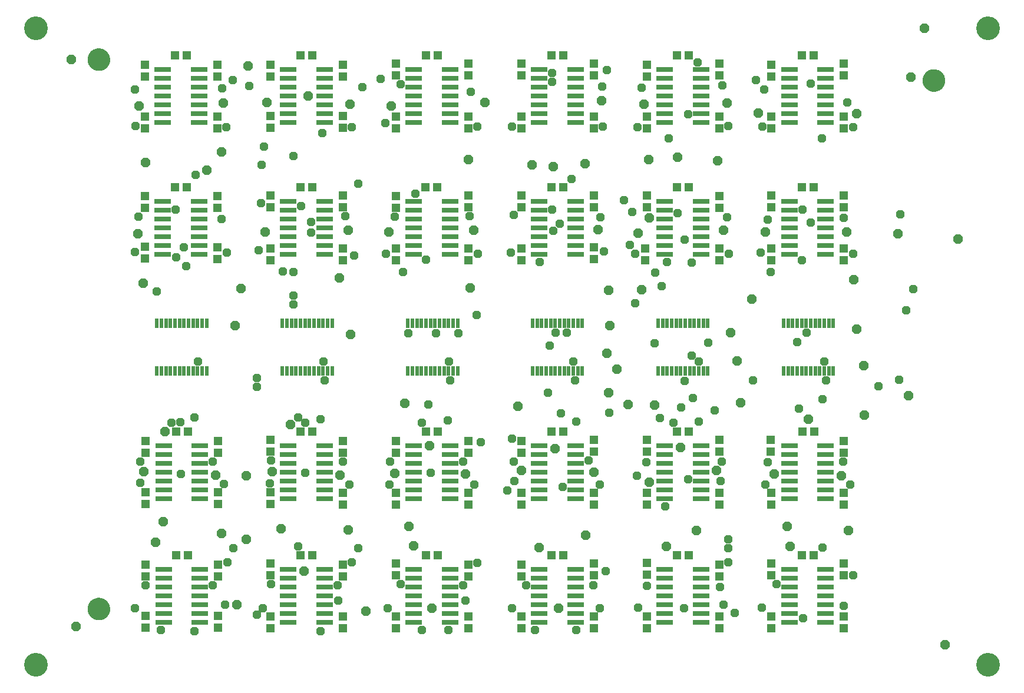
<source format=gbr>
G04 EAGLE Gerber RS-274X export*
G75*
%MOMM*%
%FSLAX34Y34*%
%LPD*%
%INSoldermask Bottom*%
%IPPOS*%
%AMOC8*
5,1,8,0,0,1.08239X$1,22.5*%
G01*
%ADD10C,3.403200*%
%ADD11R,0.603200X1.403200*%
%ADD12R,2.403200X0.803200*%
%ADD13R,1.303200X1.203200*%
%ADD14C,2.184400*%
%ADD15C,1.219200*%
%ADD16P,1.525737X8X22.500000*%
%ADD17P,1.319650X8X22.500000*%


D10*
X30000Y944800D03*
X1397600Y944800D03*
X1397600Y30000D03*
X30000Y30000D03*
D11*
X203480Y520920D03*
X209980Y520920D03*
X216480Y520920D03*
X222980Y520920D03*
X229480Y520920D03*
X235980Y520920D03*
X242480Y520920D03*
X248980Y520920D03*
X255480Y520920D03*
X261980Y520920D03*
X268480Y520920D03*
X274980Y520920D03*
X274980Y452520D03*
X268480Y452520D03*
X261980Y452520D03*
X255480Y452520D03*
X248980Y452520D03*
X242480Y452520D03*
X235980Y452520D03*
X229480Y452520D03*
X222980Y452520D03*
X216480Y452520D03*
X209980Y452520D03*
X203480Y452520D03*
X743230Y520920D03*
X749730Y520920D03*
X756230Y520920D03*
X762730Y520920D03*
X769230Y520920D03*
X775730Y520920D03*
X782230Y520920D03*
X788730Y520920D03*
X795230Y520920D03*
X801730Y520920D03*
X808230Y520920D03*
X814730Y520920D03*
X814730Y452520D03*
X808230Y452520D03*
X801730Y452520D03*
X795230Y452520D03*
X788730Y452520D03*
X782230Y452520D03*
X775730Y452520D03*
X769230Y452520D03*
X762730Y452520D03*
X756230Y452520D03*
X749730Y452520D03*
X743230Y452520D03*
X923570Y520920D03*
X930070Y520920D03*
X936570Y520920D03*
X943070Y520920D03*
X949570Y520920D03*
X956070Y520920D03*
X962570Y520920D03*
X969070Y520920D03*
X975570Y520920D03*
X982070Y520920D03*
X988570Y520920D03*
X995070Y520920D03*
X995070Y452520D03*
X988570Y452520D03*
X982070Y452520D03*
X975570Y452520D03*
X969070Y452520D03*
X962570Y452520D03*
X956070Y452520D03*
X949570Y452520D03*
X943070Y452520D03*
X936570Y452520D03*
X930070Y452520D03*
X923570Y452520D03*
X383820Y520920D03*
X390320Y520920D03*
X396820Y520920D03*
X403320Y520920D03*
X409820Y520920D03*
X416320Y520920D03*
X422820Y520920D03*
X429320Y520920D03*
X435820Y520920D03*
X442320Y520920D03*
X448820Y520920D03*
X455320Y520920D03*
X455320Y452520D03*
X448820Y452520D03*
X442320Y452520D03*
X435820Y452520D03*
X429320Y452520D03*
X422820Y452520D03*
X416320Y452520D03*
X409820Y452520D03*
X403320Y452520D03*
X396820Y452520D03*
X390320Y452520D03*
X383820Y452520D03*
X1103910Y520920D03*
X1110410Y520920D03*
X1116910Y520920D03*
X1123410Y520920D03*
X1129910Y520920D03*
X1136410Y520920D03*
X1142910Y520920D03*
X1149410Y520920D03*
X1155910Y520920D03*
X1162410Y520920D03*
X1168910Y520920D03*
X1175410Y520920D03*
X1175410Y452520D03*
X1168910Y452520D03*
X1162410Y452520D03*
X1155910Y452520D03*
X1149410Y452520D03*
X1142910Y452520D03*
X1136410Y452520D03*
X1129910Y452520D03*
X1123410Y452520D03*
X1116910Y452520D03*
X1110410Y452520D03*
X1103910Y452520D03*
X564160Y520920D03*
X570660Y520920D03*
X577160Y520920D03*
X583660Y520920D03*
X590160Y520920D03*
X596660Y520920D03*
X603160Y520920D03*
X609660Y520920D03*
X616160Y520920D03*
X622660Y520920D03*
X629160Y520920D03*
X635660Y520920D03*
X635660Y452520D03*
X629160Y452520D03*
X622660Y452520D03*
X616160Y452520D03*
X609660Y452520D03*
X603160Y452520D03*
X596660Y452520D03*
X590160Y452520D03*
X583660Y452520D03*
X577160Y452520D03*
X570660Y452520D03*
X564160Y452520D03*
D12*
X211960Y822000D03*
X263960Y822000D03*
X211960Y809300D03*
X211960Y834700D03*
X211960Y847400D03*
X263960Y809300D03*
X263960Y834700D03*
X263960Y847400D03*
X211960Y872800D03*
X263960Y872800D03*
X211960Y860100D03*
X211960Y885500D03*
X263960Y860100D03*
X263960Y885500D03*
X211960Y632770D03*
X263960Y632770D03*
X211960Y620070D03*
X211960Y645470D03*
X211960Y658170D03*
X263960Y620070D03*
X263960Y645470D03*
X263960Y658170D03*
X211960Y683570D03*
X263960Y683570D03*
X211960Y670870D03*
X211960Y696270D03*
X263960Y670870D03*
X263960Y696270D03*
X213230Y280980D03*
X265230Y280980D03*
X213230Y268280D03*
X213230Y293680D03*
X213230Y306380D03*
X265230Y268280D03*
X265230Y293680D03*
X265230Y306380D03*
X213230Y331780D03*
X265230Y331780D03*
X213230Y319080D03*
X213230Y344480D03*
X265230Y319080D03*
X265230Y344480D03*
X213230Y103180D03*
X265230Y103180D03*
X213230Y90480D03*
X213230Y115880D03*
X213230Y128580D03*
X265230Y90480D03*
X265230Y115880D03*
X265230Y128580D03*
X213230Y153980D03*
X265230Y153980D03*
X213230Y141280D03*
X213230Y166680D03*
X265230Y141280D03*
X265230Y166680D03*
X392300Y822000D03*
X444300Y822000D03*
X392300Y809300D03*
X392300Y834700D03*
X392300Y847400D03*
X444300Y809300D03*
X444300Y834700D03*
X444300Y847400D03*
X392300Y872800D03*
X444300Y872800D03*
X392300Y860100D03*
X392300Y885500D03*
X444300Y860100D03*
X444300Y885500D03*
X392300Y632770D03*
X444300Y632770D03*
X392300Y620070D03*
X392300Y645470D03*
X392300Y658170D03*
X444300Y620070D03*
X444300Y645470D03*
X444300Y658170D03*
X392300Y683570D03*
X444300Y683570D03*
X392300Y670870D03*
X392300Y696270D03*
X444300Y670870D03*
X444300Y696270D03*
X392300Y280980D03*
X444300Y280980D03*
X392300Y268280D03*
X392300Y293680D03*
X392300Y306380D03*
X444300Y268280D03*
X444300Y293680D03*
X444300Y306380D03*
X392300Y331780D03*
X444300Y331780D03*
X392300Y319080D03*
X392300Y344480D03*
X444300Y319080D03*
X444300Y344480D03*
X392300Y103180D03*
X444300Y103180D03*
X392300Y90480D03*
X392300Y115880D03*
X392300Y128580D03*
X444300Y90480D03*
X444300Y115880D03*
X444300Y128580D03*
X392300Y153980D03*
X444300Y153980D03*
X392300Y141280D03*
X392300Y166680D03*
X444300Y141280D03*
X444300Y166680D03*
X572640Y822000D03*
X624640Y822000D03*
X572640Y809300D03*
X572640Y834700D03*
X572640Y847400D03*
X624640Y809300D03*
X624640Y834700D03*
X624640Y847400D03*
X572640Y872800D03*
X624640Y872800D03*
X572640Y860100D03*
X572640Y885500D03*
X624640Y860100D03*
X624640Y885500D03*
X572640Y632770D03*
X624640Y632770D03*
X572640Y620070D03*
X572640Y645470D03*
X572640Y658170D03*
X624640Y620070D03*
X624640Y645470D03*
X624640Y658170D03*
X572640Y683570D03*
X624640Y683570D03*
X572640Y670870D03*
X572640Y696270D03*
X624640Y670870D03*
X624640Y696270D03*
X572640Y280980D03*
X624640Y280980D03*
X572640Y268280D03*
X572640Y293680D03*
X572640Y306380D03*
X624640Y268280D03*
X624640Y293680D03*
X624640Y306380D03*
X572640Y331780D03*
X624640Y331780D03*
X572640Y319080D03*
X572640Y344480D03*
X624640Y319080D03*
X624640Y344480D03*
X572640Y103180D03*
X624640Y103180D03*
X572640Y90480D03*
X572640Y115880D03*
X572640Y128580D03*
X624640Y90480D03*
X624640Y115880D03*
X624640Y128580D03*
X572640Y153980D03*
X624640Y153980D03*
X572640Y141280D03*
X572640Y166680D03*
X624640Y141280D03*
X624640Y166680D03*
X752980Y822000D03*
X804980Y822000D03*
X752980Y809300D03*
X752980Y834700D03*
X752980Y847400D03*
X804980Y809300D03*
X804980Y834700D03*
X804980Y847400D03*
X752980Y872800D03*
X804980Y872800D03*
X752980Y860100D03*
X752980Y885500D03*
X804980Y860100D03*
X804980Y885500D03*
X933320Y280980D03*
X985320Y280980D03*
X933320Y268280D03*
X933320Y293680D03*
X933320Y306380D03*
X985320Y268280D03*
X985320Y293680D03*
X985320Y306380D03*
X933320Y331780D03*
X985320Y331780D03*
X933320Y319080D03*
X933320Y344480D03*
X985320Y319080D03*
X985320Y344480D03*
X752980Y632770D03*
X804980Y632770D03*
X752980Y620070D03*
X752980Y645470D03*
X752980Y658170D03*
X804980Y620070D03*
X804980Y645470D03*
X804980Y658170D03*
X752980Y683570D03*
X804980Y683570D03*
X752980Y670870D03*
X752980Y696270D03*
X804980Y670870D03*
X804980Y696270D03*
X933320Y103180D03*
X985320Y103180D03*
X933320Y90480D03*
X933320Y115880D03*
X933320Y128580D03*
X985320Y90480D03*
X985320Y115880D03*
X985320Y128580D03*
X933320Y153980D03*
X985320Y153980D03*
X933320Y141280D03*
X933320Y166680D03*
X985320Y141280D03*
X985320Y166680D03*
X752980Y280980D03*
X804980Y280980D03*
X752980Y268280D03*
X752980Y293680D03*
X752980Y306380D03*
X804980Y268280D03*
X804980Y293680D03*
X804980Y306380D03*
X752980Y331780D03*
X804980Y331780D03*
X752980Y319080D03*
X752980Y344480D03*
X804980Y319080D03*
X804980Y344480D03*
X1112390Y822000D03*
X1164390Y822000D03*
X1112390Y809300D03*
X1112390Y834700D03*
X1112390Y847400D03*
X1164390Y809300D03*
X1164390Y834700D03*
X1164390Y847400D03*
X1112390Y872800D03*
X1164390Y872800D03*
X1112390Y860100D03*
X1112390Y885500D03*
X1164390Y860100D03*
X1164390Y885500D03*
X752980Y103180D03*
X804980Y103180D03*
X752980Y90480D03*
X752980Y115880D03*
X752980Y128580D03*
X804980Y90480D03*
X804980Y115880D03*
X804980Y128580D03*
X752980Y153980D03*
X804980Y153980D03*
X752980Y141280D03*
X752980Y166680D03*
X804980Y141280D03*
X804980Y166680D03*
X1112390Y632770D03*
X1164390Y632770D03*
X1112390Y620070D03*
X1112390Y645470D03*
X1112390Y658170D03*
X1164390Y620070D03*
X1164390Y645470D03*
X1164390Y658170D03*
X1112390Y683570D03*
X1164390Y683570D03*
X1112390Y670870D03*
X1112390Y696270D03*
X1164390Y670870D03*
X1164390Y696270D03*
X933320Y822000D03*
X985320Y822000D03*
X933320Y809300D03*
X933320Y834700D03*
X933320Y847400D03*
X985320Y809300D03*
X985320Y834700D03*
X985320Y847400D03*
X933320Y872800D03*
X985320Y872800D03*
X933320Y860100D03*
X933320Y885500D03*
X985320Y860100D03*
X985320Y885500D03*
X1112390Y280980D03*
X1164390Y280980D03*
X1112390Y268280D03*
X1112390Y293680D03*
X1112390Y306380D03*
X1164390Y268280D03*
X1164390Y293680D03*
X1164390Y306380D03*
X1112390Y331780D03*
X1164390Y331780D03*
X1112390Y319080D03*
X1112390Y344480D03*
X1164390Y319080D03*
X1164390Y344480D03*
X933320Y632770D03*
X985320Y632770D03*
X933320Y620070D03*
X933320Y645470D03*
X933320Y658170D03*
X985320Y620070D03*
X985320Y645470D03*
X985320Y658170D03*
X933320Y683570D03*
X985320Y683570D03*
X933320Y670870D03*
X933320Y696270D03*
X985320Y670870D03*
X985320Y696270D03*
X1112390Y103180D03*
X1164390Y103180D03*
X1112390Y90480D03*
X1112390Y115880D03*
X1112390Y128580D03*
X1164390Y90480D03*
X1164390Y115880D03*
X1164390Y128580D03*
X1112390Y153980D03*
X1164390Y153980D03*
X1112390Y141280D03*
X1112390Y166680D03*
X1164390Y141280D03*
X1164390Y166680D03*
D13*
X185890Y817800D03*
X185890Y800800D03*
X185890Y875730D03*
X185890Y892730D03*
X290030Y875730D03*
X290030Y892730D03*
X290030Y817800D03*
X290030Y800800D03*
X185890Y631110D03*
X185890Y614110D03*
X185890Y686500D03*
X185890Y703500D03*
X290030Y686500D03*
X290030Y703500D03*
X290030Y629840D03*
X290030Y612840D03*
X187160Y278050D03*
X187160Y261050D03*
X187160Y100250D03*
X187160Y83250D03*
X187160Y334710D03*
X187160Y351710D03*
X187160Y156910D03*
X187160Y173910D03*
X291300Y334710D03*
X291300Y351710D03*
X291300Y156910D03*
X291300Y173910D03*
X291300Y278050D03*
X291300Y261050D03*
X291300Y100250D03*
X291300Y83250D03*
X366230Y819070D03*
X366230Y802070D03*
X366230Y628570D03*
X366230Y611570D03*
X366230Y875730D03*
X366230Y892730D03*
X366230Y687770D03*
X366230Y704770D03*
X470370Y875730D03*
X470370Y892730D03*
X470370Y687770D03*
X470370Y704770D03*
X470370Y819070D03*
X470370Y802070D03*
X470370Y628570D03*
X470370Y611570D03*
X650710Y276780D03*
X650710Y259780D03*
X650710Y334710D03*
X650710Y351710D03*
X546570Y334710D03*
X546570Y351710D03*
X546570Y276780D03*
X546570Y259780D03*
X650710Y817800D03*
X650710Y800800D03*
X650710Y877000D03*
X650710Y894000D03*
X546570Y877000D03*
X546570Y894000D03*
X546570Y817800D03*
X546570Y800800D03*
X470370Y276780D03*
X470370Y259780D03*
X470370Y334710D03*
X470370Y351710D03*
X366230Y335980D03*
X366230Y352980D03*
X366230Y278050D03*
X366230Y261050D03*
X366230Y98980D03*
X366230Y81980D03*
X726910Y817800D03*
X726910Y800800D03*
X366230Y158180D03*
X366230Y175180D03*
X726910Y877000D03*
X726910Y894000D03*
X470370Y156910D03*
X470370Y173910D03*
X831050Y877000D03*
X831050Y894000D03*
X470370Y98980D03*
X470370Y81980D03*
X831050Y817800D03*
X831050Y800800D03*
X546570Y628570D03*
X546570Y611570D03*
X726910Y628570D03*
X726910Y611570D03*
X546570Y686500D03*
X546570Y703500D03*
X726910Y687770D03*
X726910Y704770D03*
X650710Y687770D03*
X650710Y704770D03*
X831050Y687770D03*
X831050Y704770D03*
X650710Y628570D03*
X650710Y611570D03*
X831050Y629840D03*
X831050Y612840D03*
X546570Y98980D03*
X546570Y81980D03*
X726910Y276780D03*
X726910Y259780D03*
X546570Y158180D03*
X546570Y175180D03*
X726910Y334710D03*
X726910Y351710D03*
X650710Y156910D03*
X650710Y173910D03*
X831050Y335980D03*
X831050Y352980D03*
X650710Y98980D03*
X650710Y81980D03*
X831050Y276780D03*
X831050Y259780D03*
X1011390Y628570D03*
X1011390Y611570D03*
X1190460Y817800D03*
X1190460Y800800D03*
X1190460Y877000D03*
X1190460Y894000D03*
X1011390Y686500D03*
X1011390Y703500D03*
X1086320Y875730D03*
X1086320Y892730D03*
X907250Y687770D03*
X907250Y704770D03*
X1086320Y817800D03*
X1086320Y800800D03*
X904710Y628570D03*
X904710Y611570D03*
X1011390Y98980D03*
X1011390Y81980D03*
X1011390Y817800D03*
X1011390Y800800D03*
X1011390Y156910D03*
X1011390Y173910D03*
X1011390Y877000D03*
X1011390Y894000D03*
X907250Y159450D03*
X907250Y176450D03*
X907250Y875730D03*
X907250Y892730D03*
X907250Y98980D03*
X907250Y81980D03*
X907250Y817800D03*
X907250Y800800D03*
X1011390Y276780D03*
X1011390Y259780D03*
X831050Y98980D03*
X831050Y81980D03*
X1011390Y335980D03*
X1011390Y352980D03*
X831050Y158180D03*
X831050Y175180D03*
X907250Y335980D03*
X907250Y352980D03*
X726910Y156910D03*
X726910Y173910D03*
X907250Y276780D03*
X907250Y259780D03*
X726910Y98980D03*
X726910Y81980D03*
X1086320Y628570D03*
X1086320Y611570D03*
X1086320Y687770D03*
X1086320Y704770D03*
X1190460Y687770D03*
X1190460Y704770D03*
X1190460Y628570D03*
X1190460Y611570D03*
X1086320Y276780D03*
X1086320Y259780D03*
X1085050Y335980D03*
X1085050Y352980D03*
X1190460Y334710D03*
X1190460Y351710D03*
X1190460Y276780D03*
X1190460Y259780D03*
X1086320Y98980D03*
X1086320Y81980D03*
X1086320Y158180D03*
X1086320Y175180D03*
X1190460Y158180D03*
X1190460Y175180D03*
X1190460Y98980D03*
X1190460Y81980D03*
X246460Y905820D03*
X229460Y905820D03*
X246460Y716590D03*
X229460Y716590D03*
X247730Y364800D03*
X230730Y364800D03*
X247730Y187000D03*
X230730Y187000D03*
X1148160Y364800D03*
X1131160Y364800D03*
X426800Y905820D03*
X409800Y905820D03*
X426800Y716590D03*
X409800Y716590D03*
X426800Y364800D03*
X409800Y364800D03*
X426800Y187000D03*
X409800Y187000D03*
X607140Y905820D03*
X590140Y905820D03*
X605870Y716590D03*
X588870Y716590D03*
X607140Y364800D03*
X590140Y364800D03*
X607140Y187000D03*
X590140Y187000D03*
X787480Y905820D03*
X770480Y905820D03*
X787480Y716590D03*
X770480Y716590D03*
X787480Y364800D03*
X770480Y364800D03*
X787480Y187000D03*
X770480Y187000D03*
X967820Y905820D03*
X950820Y905820D03*
X967820Y716590D03*
X950820Y716590D03*
X967820Y364800D03*
X950820Y364800D03*
X967820Y187000D03*
X950820Y187000D03*
X1146890Y905820D03*
X1129890Y905820D03*
X1146890Y716590D03*
X1129890Y716590D03*
X1146890Y187000D03*
X1129890Y187000D03*
D14*
X115000Y900000D02*
X115002Y900141D01*
X115008Y900282D01*
X115018Y900422D01*
X115032Y900562D01*
X115050Y900702D01*
X115071Y900841D01*
X115097Y900980D01*
X115126Y901118D01*
X115160Y901254D01*
X115197Y901390D01*
X115238Y901525D01*
X115283Y901659D01*
X115332Y901791D01*
X115384Y901922D01*
X115440Y902051D01*
X115500Y902178D01*
X115563Y902304D01*
X115629Y902428D01*
X115700Y902551D01*
X115773Y902671D01*
X115850Y902789D01*
X115930Y902905D01*
X116014Y903018D01*
X116100Y903129D01*
X116190Y903238D01*
X116283Y903344D01*
X116378Y903447D01*
X116477Y903548D01*
X116578Y903646D01*
X116682Y903741D01*
X116789Y903833D01*
X116898Y903922D01*
X117010Y904007D01*
X117124Y904090D01*
X117240Y904170D01*
X117359Y904246D01*
X117480Y904318D01*
X117602Y904388D01*
X117727Y904453D01*
X117853Y904516D01*
X117981Y904574D01*
X118111Y904629D01*
X118242Y904681D01*
X118375Y904728D01*
X118509Y904772D01*
X118644Y904813D01*
X118780Y904849D01*
X118917Y904881D01*
X119055Y904910D01*
X119193Y904935D01*
X119333Y904955D01*
X119473Y904972D01*
X119613Y904985D01*
X119754Y904994D01*
X119894Y904999D01*
X120035Y905000D01*
X120176Y904997D01*
X120317Y904990D01*
X120457Y904979D01*
X120597Y904964D01*
X120737Y904945D01*
X120876Y904923D01*
X121014Y904896D01*
X121152Y904866D01*
X121288Y904831D01*
X121424Y904793D01*
X121558Y904751D01*
X121692Y904705D01*
X121824Y904656D01*
X121954Y904602D01*
X122083Y904545D01*
X122210Y904485D01*
X122336Y904421D01*
X122459Y904353D01*
X122581Y904282D01*
X122701Y904208D01*
X122818Y904130D01*
X122933Y904049D01*
X123046Y903965D01*
X123157Y903878D01*
X123265Y903787D01*
X123370Y903694D01*
X123473Y903597D01*
X123573Y903498D01*
X123670Y903396D01*
X123764Y903291D01*
X123855Y903184D01*
X123943Y903074D01*
X124028Y902962D01*
X124110Y902847D01*
X124189Y902730D01*
X124264Y902611D01*
X124336Y902490D01*
X124404Y902367D01*
X124469Y902242D01*
X124531Y902115D01*
X124588Y901986D01*
X124643Y901856D01*
X124693Y901725D01*
X124740Y901592D01*
X124783Y901458D01*
X124822Y901322D01*
X124857Y901186D01*
X124889Y901049D01*
X124916Y900911D01*
X124940Y900772D01*
X124960Y900632D01*
X124976Y900492D01*
X124988Y900352D01*
X124996Y900211D01*
X125000Y900070D01*
X125000Y899930D01*
X124996Y899789D01*
X124988Y899648D01*
X124976Y899508D01*
X124960Y899368D01*
X124940Y899228D01*
X124916Y899089D01*
X124889Y898951D01*
X124857Y898814D01*
X124822Y898678D01*
X124783Y898542D01*
X124740Y898408D01*
X124693Y898275D01*
X124643Y898144D01*
X124588Y898014D01*
X124531Y897885D01*
X124469Y897758D01*
X124404Y897633D01*
X124336Y897510D01*
X124264Y897389D01*
X124189Y897270D01*
X124110Y897153D01*
X124028Y897038D01*
X123943Y896926D01*
X123855Y896816D01*
X123764Y896709D01*
X123670Y896604D01*
X123573Y896502D01*
X123473Y896403D01*
X123370Y896306D01*
X123265Y896213D01*
X123157Y896122D01*
X123046Y896035D01*
X122933Y895951D01*
X122818Y895870D01*
X122701Y895792D01*
X122581Y895718D01*
X122459Y895647D01*
X122336Y895579D01*
X122210Y895515D01*
X122083Y895455D01*
X121954Y895398D01*
X121824Y895344D01*
X121692Y895295D01*
X121558Y895249D01*
X121424Y895207D01*
X121288Y895169D01*
X121152Y895134D01*
X121014Y895104D01*
X120876Y895077D01*
X120737Y895055D01*
X120597Y895036D01*
X120457Y895021D01*
X120317Y895010D01*
X120176Y895003D01*
X120035Y895000D01*
X119894Y895001D01*
X119754Y895006D01*
X119613Y895015D01*
X119473Y895028D01*
X119333Y895045D01*
X119193Y895065D01*
X119055Y895090D01*
X118917Y895119D01*
X118780Y895151D01*
X118644Y895187D01*
X118509Y895228D01*
X118375Y895272D01*
X118242Y895319D01*
X118111Y895371D01*
X117981Y895426D01*
X117853Y895484D01*
X117727Y895547D01*
X117602Y895612D01*
X117480Y895682D01*
X117359Y895754D01*
X117240Y895830D01*
X117124Y895910D01*
X117010Y895993D01*
X116898Y896078D01*
X116789Y896167D01*
X116682Y896259D01*
X116578Y896354D01*
X116477Y896452D01*
X116378Y896553D01*
X116283Y896656D01*
X116190Y896762D01*
X116100Y896871D01*
X116014Y896982D01*
X115930Y897095D01*
X115850Y897211D01*
X115773Y897329D01*
X115700Y897449D01*
X115629Y897572D01*
X115563Y897696D01*
X115500Y897822D01*
X115440Y897949D01*
X115384Y898078D01*
X115332Y898209D01*
X115283Y898341D01*
X115238Y898475D01*
X115197Y898610D01*
X115160Y898746D01*
X115126Y898882D01*
X115097Y899020D01*
X115071Y899159D01*
X115050Y899298D01*
X115032Y899438D01*
X115018Y899578D01*
X115008Y899718D01*
X115002Y899859D01*
X115000Y900000D01*
D15*
X120000Y900000D03*
D14*
X115000Y110000D02*
X115002Y110141D01*
X115008Y110282D01*
X115018Y110422D01*
X115032Y110562D01*
X115050Y110702D01*
X115071Y110841D01*
X115097Y110980D01*
X115126Y111118D01*
X115160Y111254D01*
X115197Y111390D01*
X115238Y111525D01*
X115283Y111659D01*
X115332Y111791D01*
X115384Y111922D01*
X115440Y112051D01*
X115500Y112178D01*
X115563Y112304D01*
X115629Y112428D01*
X115700Y112551D01*
X115773Y112671D01*
X115850Y112789D01*
X115930Y112905D01*
X116014Y113018D01*
X116100Y113129D01*
X116190Y113238D01*
X116283Y113344D01*
X116378Y113447D01*
X116477Y113548D01*
X116578Y113646D01*
X116682Y113741D01*
X116789Y113833D01*
X116898Y113922D01*
X117010Y114007D01*
X117124Y114090D01*
X117240Y114170D01*
X117359Y114246D01*
X117480Y114318D01*
X117602Y114388D01*
X117727Y114453D01*
X117853Y114516D01*
X117981Y114574D01*
X118111Y114629D01*
X118242Y114681D01*
X118375Y114728D01*
X118509Y114772D01*
X118644Y114813D01*
X118780Y114849D01*
X118917Y114881D01*
X119055Y114910D01*
X119193Y114935D01*
X119333Y114955D01*
X119473Y114972D01*
X119613Y114985D01*
X119754Y114994D01*
X119894Y114999D01*
X120035Y115000D01*
X120176Y114997D01*
X120317Y114990D01*
X120457Y114979D01*
X120597Y114964D01*
X120737Y114945D01*
X120876Y114923D01*
X121014Y114896D01*
X121152Y114866D01*
X121288Y114831D01*
X121424Y114793D01*
X121558Y114751D01*
X121692Y114705D01*
X121824Y114656D01*
X121954Y114602D01*
X122083Y114545D01*
X122210Y114485D01*
X122336Y114421D01*
X122459Y114353D01*
X122581Y114282D01*
X122701Y114208D01*
X122818Y114130D01*
X122933Y114049D01*
X123046Y113965D01*
X123157Y113878D01*
X123265Y113787D01*
X123370Y113694D01*
X123473Y113597D01*
X123573Y113498D01*
X123670Y113396D01*
X123764Y113291D01*
X123855Y113184D01*
X123943Y113074D01*
X124028Y112962D01*
X124110Y112847D01*
X124189Y112730D01*
X124264Y112611D01*
X124336Y112490D01*
X124404Y112367D01*
X124469Y112242D01*
X124531Y112115D01*
X124588Y111986D01*
X124643Y111856D01*
X124693Y111725D01*
X124740Y111592D01*
X124783Y111458D01*
X124822Y111322D01*
X124857Y111186D01*
X124889Y111049D01*
X124916Y110911D01*
X124940Y110772D01*
X124960Y110632D01*
X124976Y110492D01*
X124988Y110352D01*
X124996Y110211D01*
X125000Y110070D01*
X125000Y109930D01*
X124996Y109789D01*
X124988Y109648D01*
X124976Y109508D01*
X124960Y109368D01*
X124940Y109228D01*
X124916Y109089D01*
X124889Y108951D01*
X124857Y108814D01*
X124822Y108678D01*
X124783Y108542D01*
X124740Y108408D01*
X124693Y108275D01*
X124643Y108144D01*
X124588Y108014D01*
X124531Y107885D01*
X124469Y107758D01*
X124404Y107633D01*
X124336Y107510D01*
X124264Y107389D01*
X124189Y107270D01*
X124110Y107153D01*
X124028Y107038D01*
X123943Y106926D01*
X123855Y106816D01*
X123764Y106709D01*
X123670Y106604D01*
X123573Y106502D01*
X123473Y106403D01*
X123370Y106306D01*
X123265Y106213D01*
X123157Y106122D01*
X123046Y106035D01*
X122933Y105951D01*
X122818Y105870D01*
X122701Y105792D01*
X122581Y105718D01*
X122459Y105647D01*
X122336Y105579D01*
X122210Y105515D01*
X122083Y105455D01*
X121954Y105398D01*
X121824Y105344D01*
X121692Y105295D01*
X121558Y105249D01*
X121424Y105207D01*
X121288Y105169D01*
X121152Y105134D01*
X121014Y105104D01*
X120876Y105077D01*
X120737Y105055D01*
X120597Y105036D01*
X120457Y105021D01*
X120317Y105010D01*
X120176Y105003D01*
X120035Y105000D01*
X119894Y105001D01*
X119754Y105006D01*
X119613Y105015D01*
X119473Y105028D01*
X119333Y105045D01*
X119193Y105065D01*
X119055Y105090D01*
X118917Y105119D01*
X118780Y105151D01*
X118644Y105187D01*
X118509Y105228D01*
X118375Y105272D01*
X118242Y105319D01*
X118111Y105371D01*
X117981Y105426D01*
X117853Y105484D01*
X117727Y105547D01*
X117602Y105612D01*
X117480Y105682D01*
X117359Y105754D01*
X117240Y105830D01*
X117124Y105910D01*
X117010Y105993D01*
X116898Y106078D01*
X116789Y106167D01*
X116682Y106259D01*
X116578Y106354D01*
X116477Y106452D01*
X116378Y106553D01*
X116283Y106656D01*
X116190Y106762D01*
X116100Y106871D01*
X116014Y106982D01*
X115930Y107095D01*
X115850Y107211D01*
X115773Y107329D01*
X115700Y107449D01*
X115629Y107572D01*
X115563Y107696D01*
X115500Y107822D01*
X115440Y107949D01*
X115384Y108078D01*
X115332Y108209D01*
X115283Y108341D01*
X115238Y108475D01*
X115197Y108610D01*
X115160Y108746D01*
X115126Y108882D01*
X115097Y109020D01*
X115071Y109159D01*
X115050Y109298D01*
X115032Y109438D01*
X115018Y109578D01*
X115008Y109718D01*
X115002Y109859D01*
X115000Y110000D01*
D15*
X120000Y110000D03*
D14*
X1315000Y870000D02*
X1315002Y870141D01*
X1315008Y870282D01*
X1315018Y870422D01*
X1315032Y870562D01*
X1315050Y870702D01*
X1315071Y870841D01*
X1315097Y870980D01*
X1315126Y871118D01*
X1315160Y871254D01*
X1315197Y871390D01*
X1315238Y871525D01*
X1315283Y871659D01*
X1315332Y871791D01*
X1315384Y871922D01*
X1315440Y872051D01*
X1315500Y872178D01*
X1315563Y872304D01*
X1315629Y872428D01*
X1315700Y872551D01*
X1315773Y872671D01*
X1315850Y872789D01*
X1315930Y872905D01*
X1316014Y873018D01*
X1316100Y873129D01*
X1316190Y873238D01*
X1316283Y873344D01*
X1316378Y873447D01*
X1316477Y873548D01*
X1316578Y873646D01*
X1316682Y873741D01*
X1316789Y873833D01*
X1316898Y873922D01*
X1317010Y874007D01*
X1317124Y874090D01*
X1317240Y874170D01*
X1317359Y874246D01*
X1317480Y874318D01*
X1317602Y874388D01*
X1317727Y874453D01*
X1317853Y874516D01*
X1317981Y874574D01*
X1318111Y874629D01*
X1318242Y874681D01*
X1318375Y874728D01*
X1318509Y874772D01*
X1318644Y874813D01*
X1318780Y874849D01*
X1318917Y874881D01*
X1319055Y874910D01*
X1319193Y874935D01*
X1319333Y874955D01*
X1319473Y874972D01*
X1319613Y874985D01*
X1319754Y874994D01*
X1319894Y874999D01*
X1320035Y875000D01*
X1320176Y874997D01*
X1320317Y874990D01*
X1320457Y874979D01*
X1320597Y874964D01*
X1320737Y874945D01*
X1320876Y874923D01*
X1321014Y874896D01*
X1321152Y874866D01*
X1321288Y874831D01*
X1321424Y874793D01*
X1321558Y874751D01*
X1321692Y874705D01*
X1321824Y874656D01*
X1321954Y874602D01*
X1322083Y874545D01*
X1322210Y874485D01*
X1322336Y874421D01*
X1322459Y874353D01*
X1322581Y874282D01*
X1322701Y874208D01*
X1322818Y874130D01*
X1322933Y874049D01*
X1323046Y873965D01*
X1323157Y873878D01*
X1323265Y873787D01*
X1323370Y873694D01*
X1323473Y873597D01*
X1323573Y873498D01*
X1323670Y873396D01*
X1323764Y873291D01*
X1323855Y873184D01*
X1323943Y873074D01*
X1324028Y872962D01*
X1324110Y872847D01*
X1324189Y872730D01*
X1324264Y872611D01*
X1324336Y872490D01*
X1324404Y872367D01*
X1324469Y872242D01*
X1324531Y872115D01*
X1324588Y871986D01*
X1324643Y871856D01*
X1324693Y871725D01*
X1324740Y871592D01*
X1324783Y871458D01*
X1324822Y871322D01*
X1324857Y871186D01*
X1324889Y871049D01*
X1324916Y870911D01*
X1324940Y870772D01*
X1324960Y870632D01*
X1324976Y870492D01*
X1324988Y870352D01*
X1324996Y870211D01*
X1325000Y870070D01*
X1325000Y869930D01*
X1324996Y869789D01*
X1324988Y869648D01*
X1324976Y869508D01*
X1324960Y869368D01*
X1324940Y869228D01*
X1324916Y869089D01*
X1324889Y868951D01*
X1324857Y868814D01*
X1324822Y868678D01*
X1324783Y868542D01*
X1324740Y868408D01*
X1324693Y868275D01*
X1324643Y868144D01*
X1324588Y868014D01*
X1324531Y867885D01*
X1324469Y867758D01*
X1324404Y867633D01*
X1324336Y867510D01*
X1324264Y867389D01*
X1324189Y867270D01*
X1324110Y867153D01*
X1324028Y867038D01*
X1323943Y866926D01*
X1323855Y866816D01*
X1323764Y866709D01*
X1323670Y866604D01*
X1323573Y866502D01*
X1323473Y866403D01*
X1323370Y866306D01*
X1323265Y866213D01*
X1323157Y866122D01*
X1323046Y866035D01*
X1322933Y865951D01*
X1322818Y865870D01*
X1322701Y865792D01*
X1322581Y865718D01*
X1322459Y865647D01*
X1322336Y865579D01*
X1322210Y865515D01*
X1322083Y865455D01*
X1321954Y865398D01*
X1321824Y865344D01*
X1321692Y865295D01*
X1321558Y865249D01*
X1321424Y865207D01*
X1321288Y865169D01*
X1321152Y865134D01*
X1321014Y865104D01*
X1320876Y865077D01*
X1320737Y865055D01*
X1320597Y865036D01*
X1320457Y865021D01*
X1320317Y865010D01*
X1320176Y865003D01*
X1320035Y865000D01*
X1319894Y865001D01*
X1319754Y865006D01*
X1319613Y865015D01*
X1319473Y865028D01*
X1319333Y865045D01*
X1319193Y865065D01*
X1319055Y865090D01*
X1318917Y865119D01*
X1318780Y865151D01*
X1318644Y865187D01*
X1318509Y865228D01*
X1318375Y865272D01*
X1318242Y865319D01*
X1318111Y865371D01*
X1317981Y865426D01*
X1317853Y865484D01*
X1317727Y865547D01*
X1317602Y865612D01*
X1317480Y865682D01*
X1317359Y865754D01*
X1317240Y865830D01*
X1317124Y865910D01*
X1317010Y865993D01*
X1316898Y866078D01*
X1316789Y866167D01*
X1316682Y866259D01*
X1316578Y866354D01*
X1316477Y866452D01*
X1316378Y866553D01*
X1316283Y866656D01*
X1316190Y866762D01*
X1316100Y866871D01*
X1316014Y866982D01*
X1315930Y867095D01*
X1315850Y867211D01*
X1315773Y867329D01*
X1315700Y867449D01*
X1315629Y867572D01*
X1315563Y867696D01*
X1315500Y867822D01*
X1315440Y867949D01*
X1315384Y868078D01*
X1315332Y868209D01*
X1315283Y868341D01*
X1315238Y868475D01*
X1315197Y868610D01*
X1315160Y868746D01*
X1315126Y868882D01*
X1315097Y869020D01*
X1315071Y869159D01*
X1315050Y869298D01*
X1315032Y869438D01*
X1315018Y869578D01*
X1315008Y869718D01*
X1315002Y869859D01*
X1315000Y870000D01*
D15*
X1320000Y870000D03*
D16*
X1286750Y875020D03*
D17*
X262090Y466146D03*
X442430Y466146D03*
X622770Y466146D03*
X801840Y466146D03*
X982180Y466146D03*
X1162520Y466146D03*
D16*
X368770Y307650D03*
X287490Y302570D03*
X212560Y235260D03*
X331940Y301300D03*
X381470Y225100D03*
X477990Y223830D03*
X296380Y218750D03*
X559270Y405440D03*
X721830Y401630D03*
X850100Y477830D03*
X864070Y454970D03*
X918680Y402900D03*
X1041870Y406710D03*
X1036790Y466400D03*
X978370Y222560D03*
X1219670Y388930D03*
X1196810Y222560D03*
X1058380Y555300D03*
X853910Y517200D03*
X899630Y569270D03*
X653250Y571810D03*
X465290Y585780D03*
X183350Y578160D03*
X650710Y755960D03*
X951700Y759770D03*
X1090130Y303840D03*
X1186650Y301300D03*
X1109180Y228910D03*
X1139660Y382580D03*
X911060Y292410D03*
X955510Y341940D03*
X1007580Y308920D03*
X935190Y199700D03*
X1112990Y199700D03*
X852640Y420680D03*
X880580Y404170D03*
X726910Y308920D03*
X831050Y306380D03*
X775170Y340670D03*
X852640Y568000D03*
X837400Y655630D03*
X545300Y305110D03*
X565620Y228910D03*
X594830Y344480D03*
X646900Y303840D03*
X466560Y302570D03*
X395440Y374960D03*
X184620Y307650D03*
X215100Y364800D03*
X201130Y206050D03*
X414490Y164140D03*
X331940Y209860D03*
X317970Y115880D03*
X571970Y200970D03*
X598640Y110800D03*
X780250Y110800D03*
X752310Y198430D03*
X819620Y216210D03*
X1077430Y651820D03*
X1194270Y651820D03*
X1204430Y583240D03*
X1209160Y512770D03*
X909790Y755960D03*
X1008850Y754690D03*
X1027900Y507040D03*
X1067270Y823270D03*
X1022820Y837240D03*
X1017740Y654360D03*
X903440Y835970D03*
X894550Y650550D03*
X742150Y748340D03*
X772630Y745800D03*
X842480Y841050D03*
X674840Y838510D03*
X540220Y833430D03*
X480530Y835970D03*
X361150Y838510D03*
X420840Y847400D03*
X658330Y654360D03*
X536410Y651820D03*
X477990Y654360D03*
X358610Y651820D03*
X334480Y890580D03*
X315430Y517200D03*
X296300Y766960D03*
X175730Y649280D03*
X187160Y752150D03*
X481800Y504500D03*
X324320Y570540D03*
X298920Y837240D03*
X503390Y106990D03*
X86868Y85344D03*
X1335948Y58730D03*
X1283424Y416522D03*
X80742Y899856D03*
X178096Y833740D03*
X1306750Y945020D03*
X1354270Y641820D03*
X818480Y750050D03*
X275300Y740960D03*
X1209270Y822270D03*
X1218908Y460050D03*
X911060Y672902D03*
X1268428Y649882D03*
D17*
X962114Y438206D03*
X962114Y640898D03*
X1271684Y677592D03*
X775932Y507294D03*
X799046Y728274D03*
X782282Y664266D03*
X849846Y884738D03*
X242326Y630006D03*
X259042Y734624D03*
X1240000Y430000D03*
X346926Y442524D03*
X444716Y438714D03*
X625056Y438714D03*
X1164806Y438714D03*
X1059650Y438714D03*
X804126Y438714D03*
X1270000Y440000D03*
X1280000Y540000D03*
X662852Y532948D03*
X792188Y507294D03*
X1290000Y570000D03*
X772884Y653598D03*
X771614Y684332D03*
X883374Y633278D03*
X886264Y681094D03*
X929094Y574096D03*
X938746Y786694D03*
X919442Y593448D03*
X874484Y698048D03*
X556730Y594670D03*
X525234Y872292D03*
X1085558Y594924D03*
X1064222Y870260D03*
X765010Y421442D03*
X746468Y79812D03*
X972274Y474274D03*
X982180Y379278D03*
X956526Y399598D03*
X966686Y296474D03*
X805904Y379722D03*
X805904Y79812D03*
X853656Y392232D03*
X848576Y164902D03*
X668744Y349814D03*
X663918Y176586D03*
X621246Y381310D03*
X622516Y79812D03*
X1159472Y411536D03*
X1159472Y198684D03*
X936714Y609402D03*
X966686Y821238D03*
X1142962Y665536D03*
X1142962Y865434D03*
X1136612Y507294D03*
X1158964Y786694D03*
X604228Y506278D03*
X636994Y506278D03*
X1130008Y611688D03*
X1131024Y684332D03*
X590004Y612450D03*
X574510Y706938D03*
X753834Y609402D03*
X771614Y880928D03*
X926300Y384612D03*
X933920Y257612D03*
X945350Y377500D03*
X960844Y111308D03*
X1125690Y397820D03*
X1131532Y96830D03*
X583908Y377500D03*
X583908Y79812D03*
X783552Y391470D03*
X786346Y285552D03*
X593052Y404170D03*
X596862Y305618D03*
X1024598Y209860D03*
X1033488Y104450D03*
X1024598Y197160D03*
X1024598Y176840D03*
X203416Y566984D03*
X384010Y595178D03*
X564350Y506278D03*
X768058Y489006D03*
X973290Y413568D03*
X1005294Y395788D03*
X1123658Y494086D03*
X890976Y549364D03*
X918426Y492054D03*
X995642Y493324D03*
X230848Y615498D03*
X230594Y684332D03*
X236944Y378516D03*
X238214Y304602D03*
X399250Y594670D03*
X399250Y761040D03*
X399250Y548442D03*
X336004Y862132D03*
X424650Y651058D03*
X498310Y860100D03*
X424650Y666298D03*
X441160Y794568D03*
X172682Y804474D03*
X172174Y857052D03*
X172174Y623626D03*
X176746Y673918D03*
X179794Y291648D03*
X179032Y322128D03*
X171762Y111070D03*
X186652Y144328D03*
X303238Y802696D03*
X297142Y858830D03*
X303746Y622356D03*
X295872Y670870D03*
X299682Y290124D03*
X283934Y322128D03*
X300952Y115880D03*
X483578Y803204D03*
X492468Y721924D03*
X473672Y674680D03*
X479768Y288600D03*
X470878Y322128D03*
X716242Y322128D03*
X823938Y323398D03*
X531854Y809046D03*
X553936Y864418D03*
X532854Y621086D03*
X545554Y674172D03*
X663918Y803458D03*
X654012Y853750D03*
X664426Y621086D03*
X652742Y674680D03*
X659854Y288600D03*
X1013422Y293680D03*
X1077938Y288854D03*
X1199858Y288600D03*
X1189952Y114610D03*
X355848Y111054D03*
X367246Y323398D03*
X365722Y290886D03*
X410934Y689158D03*
X349974Y626166D03*
X353784Y749102D03*
X357594Y774756D03*
X463512Y122230D03*
X486626Y618546D03*
X713702Y803458D03*
X844258Y803712D03*
X894042Y803204D03*
X1024598Y804220D03*
X1073112Y803966D03*
X1203668Y802950D03*
X771614Y868228D03*
X843242Y861370D03*
X899884Y859592D03*
X1015962Y862640D03*
X1076414Y857052D03*
X1195032Y838510D03*
X711924Y622356D03*
X846036Y624134D03*
X890994Y621086D03*
X1025106Y621086D03*
X1071334Y622356D03*
X1204176Y621086D03*
X716242Y676712D03*
X840702Y673410D03*
X951954Y678998D03*
X1022312Y673410D03*
X1081494Y670362D03*
X1189952Y672140D03*
X537934Y288854D03*
X717004Y294188D03*
X839686Y288854D03*
X892772Y301808D03*
X538696Y322128D03*
X643598Y322128D03*
X906742Y320858D03*
X1015454Y322128D03*
X1080986Y321366D03*
X1189698Y322128D03*
X534632Y111054D03*
X646392Y122230D03*
X713448Y111308D03*
X839686Y111054D03*
X894550Y111816D03*
X1017232Y115880D03*
X1072858Y111816D03*
X283934Y144328D03*
X367246Y145598D03*
X463258Y144328D03*
X553936Y145598D03*
X643598Y144328D03*
X734022Y144328D03*
X830288Y144328D03*
X907504Y143614D03*
X1012914Y141788D03*
X1093686Y145598D03*
X1203668Y158806D03*
X245326Y603306D03*
X312128Y870260D03*
X223990Y377500D03*
X209258Y79812D03*
X313398Y197160D03*
X304508Y176840D03*
X257090Y385786D03*
X257090Y77812D03*
X399250Y561142D03*
X353022Y693730D03*
X416522Y377500D03*
X416522Y305618D03*
X346926Y429824D03*
X346926Y101656D03*
X406362Y385374D03*
X406362Y199700D03*
X492468Y197160D03*
X483578Y176840D03*
X438668Y383278D03*
X438668Y77812D03*
X713702Y354640D03*
X706702Y280360D03*
X972274Y608386D03*
X980656Y895946D03*
M02*

</source>
